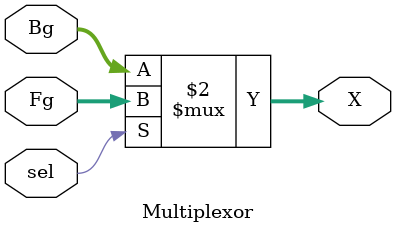
<source format=v>
`timescale 1ns / 1ps


module Multiplexor(
    input sel,
    input [15:0] Fg,
    input [15:0] Bg,
    output reg [15:0] X = 0
    );
    
always @ *
begin
    X <= (sel) ? Fg: Bg;     
end
endmodule

</source>
